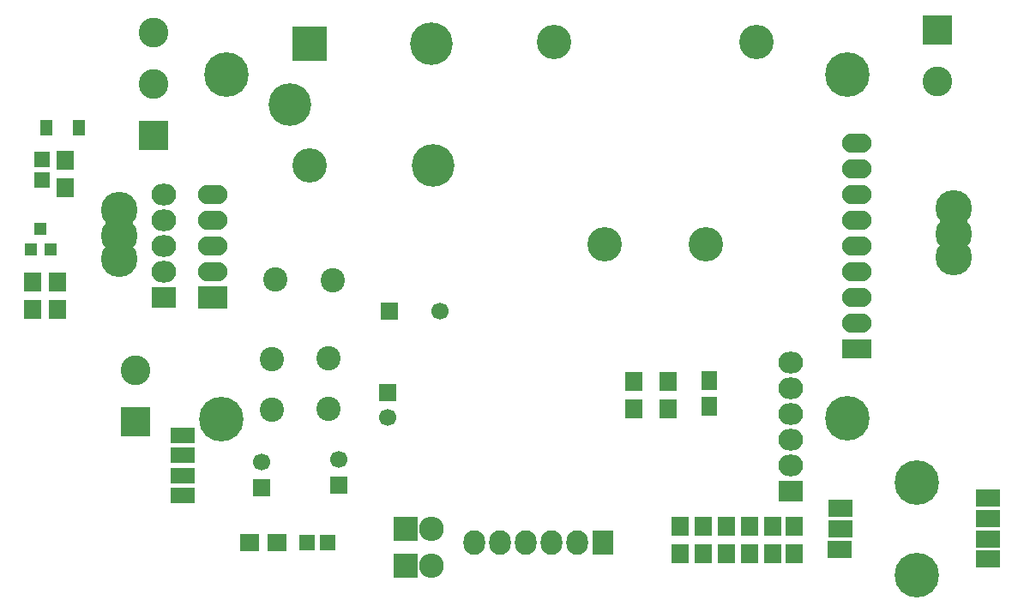
<source format=gbr>
G04 #@! TF.FileFunction,Soldermask,Top*
%FSLAX46Y46*%
G04 Gerber Fmt 4.6, Leading zero omitted, Abs format (unit mm)*
G04 Created by KiCad (PCBNEW 4.0.4-stable) date 02/12/17 18:05:12*
%MOMM*%
%LPD*%
G01*
G04 APERTURE LIST*
%ADD10C,0.100000*%
%ADD11C,4.400000*%
%ADD12R,2.400000X1.700000*%
%ADD13C,3.600000*%
%ADD14C,2.400000*%
%ADD15C,4.210000*%
%ADD16R,3.400000X3.400000*%
%ADD17C,3.400000*%
%ADD18R,1.700000X1.900000*%
%ADD19R,1.650000X1.900000*%
%ADD20R,1.598880X1.598880*%
%ADD21R,1.310000X1.620000*%
%ADD22R,2.400000X1.500000*%
%ADD23O,2.900000X1.900000*%
%ADD24R,2.900000X2.200000*%
%ADD25R,2.900000X1.900000*%
%ADD26R,2.940000X2.940000*%
%ADD27C,2.940000*%
%ADD28R,2.432000X2.127200*%
%ADD29O,2.432000X2.127200*%
%ADD30R,1.200100X1.200100*%
%ADD31C,2.398980*%
%ADD32R,1.700000X1.700000*%
%ADD33C,1.700000*%
%ADD34R,2.127200X2.432000*%
%ADD35O,2.127200X2.432000*%
%ADD36R,2.432000X2.432000*%
%ADD37O,2.432000X2.432000*%
%ADD38R,1.900000X1.700000*%
G04 APERTURE END LIST*
D10*
D11*
X203111100Y-117640100D03*
D12*
X195541900Y-111048800D03*
X195541900Y-113055400D03*
X195491100Y-115062000D03*
X210070700Y-116027200D03*
X210070700Y-114046000D03*
X210070700Y-112039400D03*
X210070700Y-110032800D03*
D11*
X203073000Y-108496100D03*
D13*
X124333000Y-81534000D03*
X124333000Y-86360000D03*
X124333000Y-84074000D03*
X206756000Y-83947000D03*
X206756000Y-86233000D03*
D14*
X139712700Y-88468200D03*
X145427700Y-88506300D03*
D15*
X155354000Y-77151000D03*
D16*
X143154000Y-65151000D03*
D15*
X155194000Y-65151000D03*
D17*
X143154000Y-77151000D03*
D15*
X141154000Y-71151000D03*
D18*
X181991000Y-115523000D03*
X181991000Y-112823000D03*
D19*
X182626000Y-98445000D03*
X182626000Y-100945000D03*
D20*
X116713000Y-76547980D03*
X116713000Y-78646020D03*
D21*
X117110000Y-73406000D03*
X120380000Y-73406000D03*
D22*
X130568700Y-109804200D03*
X130568700Y-107823000D03*
X130568700Y-105816400D03*
X130568700Y-103809800D03*
D23*
X133525260Y-80078580D03*
X133525260Y-82618580D03*
X133525260Y-85158580D03*
X133525260Y-87698580D03*
D24*
X133525260Y-90238580D03*
D25*
X197129400Y-95313500D03*
D23*
X197129400Y-92773500D03*
X197129400Y-90233500D03*
X197129400Y-87693500D03*
X197129400Y-85153500D03*
X197129400Y-82613500D03*
X197129400Y-80073500D03*
X197129400Y-77533500D03*
X197129400Y-74993500D03*
D11*
X134418000Y-102235000D03*
X196226500Y-102108000D03*
X134926000Y-68156000D03*
X196226500Y-68156000D03*
D26*
X127762000Y-74168000D03*
D27*
X127762000Y-69088000D03*
X127762000Y-64008000D03*
D26*
X125984000Y-102489000D03*
D27*
X125984000Y-97409000D03*
D26*
X205105000Y-63754000D03*
D27*
X205105000Y-68834000D03*
D28*
X128778000Y-90170000D03*
D29*
X128778000Y-87630000D03*
X128778000Y-85090000D03*
X128778000Y-82550000D03*
X128778000Y-80010000D03*
D30*
X115636000Y-85455760D03*
X117536000Y-85455760D03*
X116586000Y-83456780D03*
D18*
X118237000Y-91393000D03*
X118237000Y-88693000D03*
X118999000Y-79328000D03*
X118999000Y-76628000D03*
X115824000Y-88693000D03*
X115824000Y-91393000D03*
X179705000Y-115523000D03*
X179705000Y-112823000D03*
X184277000Y-115523000D03*
X184277000Y-112823000D03*
D31*
X139446000Y-101305360D03*
X139446000Y-96304100D03*
X145034000Y-101178360D03*
X145034000Y-96177100D03*
D17*
X182247000Y-84984000D03*
X172247000Y-84984000D03*
X187247000Y-64984000D03*
X167247000Y-64984000D03*
D32*
X151003000Y-91567000D03*
D33*
X156003000Y-91567000D03*
D32*
X150876000Y-99568000D03*
D33*
X150876000Y-102068000D03*
D32*
X146050000Y-108712000D03*
D33*
X146050000Y-106212000D03*
D32*
X138430000Y-108966000D03*
D33*
X138430000Y-106466000D03*
D34*
X172085000Y-114427000D03*
D35*
X169545000Y-114427000D03*
X167005000Y-114427000D03*
X164465000Y-114427000D03*
X161925000Y-114427000D03*
X159385000Y-114427000D03*
D36*
X152654000Y-113030000D03*
D37*
X155194000Y-113030000D03*
D18*
X186563000Y-112823000D03*
X186563000Y-115523000D03*
X188849000Y-112823000D03*
X188849000Y-115523000D03*
D20*
X144940020Y-114427000D03*
X142841980Y-114427000D03*
D38*
X137207000Y-114427000D03*
X139907000Y-114427000D03*
D18*
X178562000Y-101172000D03*
X178562000Y-98472000D03*
X175133000Y-101172000D03*
X175133000Y-98472000D03*
D36*
X152654000Y-116713000D03*
D37*
X155194000Y-116713000D03*
D18*
X191008000Y-115523000D03*
X191008000Y-112823000D03*
D13*
X206756000Y-81407000D03*
D28*
X190627000Y-109347000D03*
D29*
X190627000Y-106807000D03*
X190627000Y-104267000D03*
X190627000Y-101727000D03*
X190627000Y-99187000D03*
X190627000Y-96647000D03*
M02*

</source>
